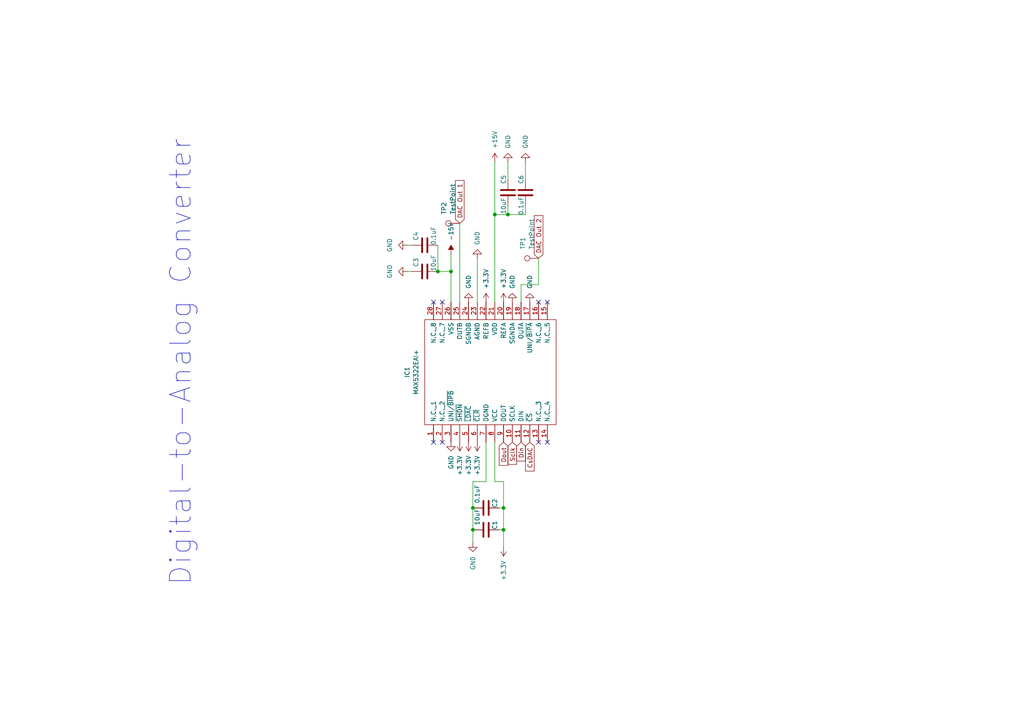
<source format=kicad_sch>
(kicad_sch (version 20230121) (generator eeschema)
  (paper "A4")
  (lib_symbols
    (symbol "+15V_1" (power) (pin_names (offset 0))
      (property "Value" "+15V_1" (at 0 3.556 0))
      (symbol "+15V_1_0_1"
        (polyline (pts (xy -0.762 1.27) (xy 0 2.54)))
        (polyline (pts (xy 0 0) (xy 0 2.54)))
        (polyline (pts (xy 0 2.54) (xy 0.762 1.27)))
      )
      (symbol "+15V_1_1_1"
        (pin power_in line (at 0 0 90) (length 0) hide (name "+15V") (number "1"))
      )
    )
    (symbol "-15V_1" (power) (pin_names (offset 0))
      (property "Value" "-15V_1" (at 0 3.81 0))
      (symbol "-15V_1_0_0"
        (pin power_in line (at 0 0 90) (length 0) hide (name "-15V") (number "1"))
      )
      (symbol "-15V_1_0_1"
        (polyline (pts (xy 0 0) (xy 0 1.27) (xy 0.762 1.27) (xy 0 2.54) (xy -0.762 1.27) (xy 0 1.27)) (fill (type outline)))
      )
    )
    (symbol "Connector:TestPoint" (pin_numbers hide) (pin_names (offset 0.762) hide)
      (property "Reference" "TP" (at 0 6.858 0))
      (property "Value" "TestPoint" (at 0 5.08 0))
      (symbol "TestPoint_0_1"
        (circle (center 0 3.302) (radius 0.762))
      )
      (symbol "TestPoint_1_1"
        (pin passive line (at 0 0 90) (length 2.54) (name "1") (number "1"))
      )
    )
    (symbol "Device:C" (pin_numbers hide) (pin_names (offset 0.254))
      (property "Reference" "C" (at 0.635 2.54 0))
      (property "Value" "C" (at 0.635 -2.54 0))
      (symbol "C_0_1"
        (polyline (pts (xy -2.032 -0.762) (xy 2.032 -0.762)) (stroke (width 0.508)))
        (polyline (pts (xy -2.032 0.762) (xy 2.032 0.762)) (stroke (width 0.508)))
      )
      (symbol "C_1_1"
        (pin passive line (at 0 3.81 270) (length 2.794) (name "~") (number "1"))
        (pin passive line (at 0 -3.81 90) (length 2.794) (name "~") (number "2"))
      )
    )
    (symbol "GND_1" (power) (pin_names (offset 0))
      (property "Value" "GND_1" (at 0 -3.81 0))
      (symbol "GND_1_0_1"
        (polyline (pts (xy 0 0) (xy 0 -1.27) (xy 1.27 -1.27) (xy 0 -2.54) (xy -1.27 -1.27) (xy 0 -1.27)))
      )
      (symbol "GND_1_1_1"
        (pin power_in line (at 0 0 270) (length 0) hide (name "GND") (number "1"))
      )
    )
    (symbol "MAX5322EAI+:MAX5322EAI+" (pin_names (offset 0.762))
      (property "Reference" "IC" (at 36.83 7.62 0))
      (property "Value" "MAX5322EAI+" (at 36.83 5.08 0))
      (symbol "MAX5322EAI+_0_0"
        (pin passive line (at 0 0 0) (length 5.08) (name "N.C._1") (number "1"))
        (pin passive line (at 0 -22.86 0) (length 5.08) (name "SCLK") (number "10"))
        (pin passive line (at 0 -25.4 0) (length 5.08) (name "DIN") (number "11"))
        (pin passive line (at 0 -27.94 0) (length 5.08) (name "~{CS}") (number "12"))
        (pin passive line (at 0 -30.48 0) (length 5.08) (name "N.C._3") (number "13"))
        (pin passive line (at 0 -33.02 0) (length 5.08) (name "N.C._4") (number "14"))
        (pin passive line (at 40.64 -33.02 180) (length 5.08) (name "N.C._5") (number "15"))
        (pin passive line (at 40.64 -30.48 180) (length 5.08) (name "N.C._6") (number "16"))
        (pin passive line (at 40.64 -27.94 180) (length 5.08) (name "UNI/~{BIPA}") (number "17"))
        (pin passive line (at 40.64 -25.4 180) (length 5.08) (name "OUTA") (number "18"))
        (pin passive line (at 40.64 -22.86 180) (length 5.08) (name "SGNDA") (number "19"))
        (pin passive line (at 0 -2.54 0) (length 5.08) (name "N.C._2") (number "2"))
        (pin passive line (at 40.64 -20.32 180) (length 5.08) (name "REFA") (number "20"))
        (pin passive line (at 40.64 -17.78 180) (length 5.08) (name "VDD") (number "21"))
        (pin passive line (at 40.64 -15.24 180) (length 5.08) (name "REFB") (number "22"))
        (pin passive line (at 40.64 -12.7 180) (length 5.08) (name "AGND") (number "23"))
        (pin passive line (at 40.64 -10.16 180) (length 5.08) (name "SGNDB") (number "24"))
        (pin passive line (at 40.64 -7.62 180) (length 5.08) (name "OUTB") (number "25"))
        (pin passive line (at 40.64 -5.08 180) (length 5.08) (name "VSS") (number "26"))
        (pin passive line (at 40.64 -2.54 180) (length 5.08) (name "N.C._7") (number "27"))
        (pin passive line (at 40.64 0 180) (length 5.08) (name "N.C._8") (number "28"))
        (pin passive line (at 0 -5.08 0) (length 5.08) (name "UNI/~{BIPB}") (number "3"))
        (pin passive line (at 0 -7.62 0) (length 5.08) (name "~{SHDN}") (number "4"))
        (pin passive line (at 0 -10.16 0) (length 5.08) (name "~{LDAC}") (number "5"))
        (pin passive line (at 0 -12.7 0) (length 5.08) (name "~{CLR}") (number "6"))
        (pin passive line (at 0 -15.24 0) (length 5.08) (name "DGND") (number "7"))
        (pin passive line (at 0 -17.78 0) (length 5.08) (name "VCC") (number "8"))
        (pin passive line (at 0 -20.32 0) (length 5.08) (name "DOUT") (number "9"))
      )
      (symbol "MAX5322EAI+_0_1"
        (polyline (pts (xy 5.08 2.54) (xy 35.56 2.54) (xy 35.56 -35.56) (xy 5.08 -35.56) (xy 5.08 2.54)) (stroke (width 0.1524)))
      )
    )
    (symbol "power:+3.3V" (power) (pin_names (offset 0))
      (property "Value" "+3.3V" (at 0 3.556 0))
      (symbol "+3.3V_0_1"
        (polyline (pts (xy -0.762 1.27) (xy 0 2.54)))
        (polyline (pts (xy 0 0) (xy 0 2.54)))
        (polyline (pts (xy 0 2.54) (xy 0.762 1.27)))
      )
      (symbol "+3.3V_1_1"
        (pin power_in line (at 0 0 90) (length 0) hide (name "+3.3V") (number "1"))
      )
    )
  )
  (junction (at 143.51 62.23))
  (junction (at 130.81 78.74))
  (junction (at 146.05 147.32))
  (junction (at 147.32 62.23))
  (junction (at 137.16 147.32))
  (junction (at 127 78.74))
  (junction (at 146.05 153.67))
  (junction (at 137.16 153.67))
  (no_connect (at 128.27 87.63))
  (no_connect (at 156.21 87.63))
  (no_connect (at 128.27 128.27))
  (no_connect (at 158.75 87.63))
  (no_connect (at 156.21 128.27))
  (no_connect (at 125.73 128.27))
  (no_connect (at 125.73 87.63))
  (no_connect (at 158.75 128.27))
  (wire (pts (xy 140.97 128.27) (xy 140.97 139.7)))
  (wire (pts (xy 138.43 87.63) (xy 138.43 74.93)))
  (wire (pts (xy 152.4 52.07) (xy 152.4 46.99)))
  (wire (pts (xy 137.16 147.32) (xy 137.16 153.67)))
  (wire (pts (xy 156.21 82.55) (xy 151.13 82.55)))
  (wire (pts (xy 140.97 139.7) (xy 137.16 139.7)))
  (wire (pts (xy 147.32 52.07) (xy 147.32 46.99)))
  (wire (pts (xy 118.11 78.74) (xy 119.38 78.74)))
  (wire (pts (xy 127 78.74) (xy 130.81 78.74)))
  (wire (pts (xy 146.05 147.32) (xy 146.05 139.7)))
  (wire (pts (xy 143.51 46.99) (xy 143.51 62.23)))
  (wire (pts (xy 143.51 62.23) (xy 143.51 87.63)))
  (wire (pts (xy 147.32 59.69) (xy 147.32 62.23)))
  (wire (pts (xy 144.78 153.67) (xy 146.05 153.67)))
  (wire (pts (xy 151.13 82.55) (xy 151.13 87.63)))
  (wire (pts (xy 146.05 153.67) (xy 146.05 147.32)))
  (wire (pts (xy 127 71.12) (xy 127 78.74)))
  (wire (pts (xy 130.81 78.74) (xy 130.81 73.66)))
  (wire (pts (xy 144.78 147.32) (xy 146.05 147.32)))
  (wire (pts (xy 146.05 158.75) (xy 146.05 153.67)))
  (wire (pts (xy 118.11 71.12) (xy 119.38 71.12)))
  (wire (pts (xy 137.16 139.7) (xy 137.16 147.32)))
  (wire (pts (xy 143.51 139.7) (xy 146.05 139.7)))
  (wire (pts (xy 156.21 82.55) (xy 156.21 74.93)))
  (wire (pts (xy 133.35 64.77) (xy 133.35 87.63)))
  (wire (pts (xy 137.16 153.67) (xy 137.16 157.48)))
  (wire (pts (xy 152.4 62.23) (xy 147.32 62.23)))
  (wire (pts (xy 147.32 62.23) (xy 143.51 62.23)))
  (wire (pts (xy 152.4 59.69) (xy 152.4 62.23)))
  (wire (pts (xy 130.81 87.63) (xy 130.81 78.74)))
  (wire (pts (xy 143.51 128.27) (xy 143.51 139.7)))
  (text "Digital-to-Analog Converter\n" (at 55.88 170.18 90) (effects (font (size 6 6)) (justify left bottom)))
  (global_label "DAC Out 2" (shape input) (at 156.21 74.93 90) (property "Intersheetrefs" "${INTERSHEET_REFS}" (effects hide)))
  (global_label "CsDAC" (shape input) (at 153.67 128.27 270) (property "Intersheetrefs" "${INTERSHEET_REFS}" (effects hide)))
  (global_label "Sclk" (shape input) (at 148.59 128.27 270) (property "Intersheetrefs" "${INTERSHEET_REFS}" (effects hide)))
  (global_label "DAC Out 1" (shape input) (at 133.35 64.77 90) (property "Intersheetrefs" "${INTERSHEET_REFS}" (effects hide)))
  (global_label "Dout" (shape input) (at 146.05 128.27 270) (property "Intersheetrefs" "${INTERSHEET_REFS}" (effects hide)))
  (global_label "Din" (shape input) (at 151.13 128.27 270) (property "Intersheetrefs" "${INTERSHEET_REFS}" (effects hide)))
  (symbol (lib_name "+15V_1") (lib_id "power:+15V") (at 143.51 46.99 0) (unit 1)
    (property "Reference" "#PWR027" (effects hide))
    (property "Value" "+15V" (at 143.51 43.18 90) (effects (justify left)))
    (instances (project "channels" (path "" (reference "#PWR027") (unit 1))) (project "electrostimulator" (path "" (reference "#PWR039") (unit 1))) (project "channels1" (path "" (reference "#PWR032") (unit 1))))
  )
  (symbol (lib_name "GND_1") (lib_id "power:GND") (at 118.11 71.12 270) (unit 1)
    (property "Reference" "#PWR026" (effects hide))
    (property "Value" "GND" (at 113.03 71.12 0))
    (instances (project "channels" (path "" (reference "#PWR026") (unit 1))) (project "electrostimulator" (path "" (reference "#PWR038") (unit 1))) (project "channels1" (path "" (reference "#PWR031") (unit 1))))
  )
  (symbol (lib_name "GND_1") (lib_id "power:GND") (at 153.67 87.63 180) (unit 1)
    (property "Reference" "#PWR022" (effects hide))
    (property "Value" "GND" (at 153.67 83.82 90) (effects (justify right)))
    (instances (project "channels" (path "" (reference "#PWR022") (unit 1))) (project "electrostimulator" (path "" (reference "#PWR034") (unit 1))) (project "channels1" (path "" (reference "#PWR027") (unit 1))))
  )
  (symbol (lib_name "GND_1") (lib_id "power:GND") (at 130.81 128.27 0) (unit 1)
    (property "Reference" "#PWR014" (effects hide))
    (property "Value" "GND" (at 130.81 132.08 90) (effects (justify right)))
    (instances (project "channels" (path "" (reference "#PWR014") (unit 1))) (project "electrostimulator" (path "" (reference "#PWR026") (unit 1))) (project "channels1" (path "" (reference "#PWR019") (unit 1))))
  )
  (symbol (lib_name "GND_1") (lib_id "power:GND") (at 138.43 74.93 180) (unit 1)
    (property "Reference" "#PWR024" (effects hide))
    (property "Value" "GND" (at 138.43 71.12 90) (effects (justify right)))
    (instances (project "channels" (path "" (reference "#PWR024") (unit 1))) (project "electrostimulator" (path "" (reference "#PWR036") (unit 1))) (project "channels1" (path "" (reference "#PWR029") (unit 1))))
  )
  (symbol (lib_id "Device:C") (at 140.97 147.32 90) (unit 1)
    (property "Reference" "C2" (at 143.51 147.32 0) (effects (justify left)))
    (property "Value" "0.1uF" (at 138.43 146.05 0) (effects (justify left)))
    (property "Footprint" "Capacitor_SMD:C_0805_2012Metric_Pad1.18x1.45mm_HandSolder" (effects hide))
    (instances (project "channels" (path "" (reference "C2") (unit 1))) (project "electrostimulator" (path "" (reference "C12") (unit 1))) (project "channels1" (path "" (reference "C2") (unit 1))))
  )
  (symbol (lib_id "Connector:TestPoint") (at 133.35 64.77 90) (unit 1)
    (property "Reference" "TP2" (at 128.778 62.23 0) (effects (justify left)))
    (property "Value" "TestPoint" (at 131.318 62.23 0) (effects (justify left)))
    (property "Footprint" "TestPoint:TestPoint_Pad_1.0x1.0mm" (effects hide))
    (instances (project "channels" (path "" (reference "TP2") (unit 1))) (project "electrostimulator" (path "" (reference "TP5") (unit 1))) (project "channels1" (path "" (reference "TP2") (unit 1))))
  )
  (symbol (lib_id "Connector:TestPoint") (at 156.21 74.93 90) (unit 1)
    (property "Reference" "TP1" (at 151.638 72.39 0) (effects (justify left)))
    (property "Value" "TestPoint" (at 154.178 72.39 0) (effects (justify left)))
    (property "Footprint" "TestPoint:TestPoint_Pad_1.0x1.0mm" (effects hide))
    (instances (project "channels" (path "" (reference "TP1") (unit 1))) (project "electrostimulator" (path "" (reference "TP6") (unit 1))) (project "channels1" (path "" (reference "TP1") (unit 1))))
  )
  (symbol (lib_name "GND_1") (lib_id "power:GND") (at 135.89 87.63 180) (unit 1)
    (property "Reference" "#PWR018" (effects hide))
    (property "Value" "GND" (at 135.89 83.82 90) (effects (justify right)))
    (instances (project "channels" (path "" (reference "#PWR018") (unit 1))) (project "electrostimulator" (path "" (reference "#PWR030") (unit 1))) (project "channels1" (path "" (reference "#PWR023") (unit 1))))
  )
  (symbol (lib_name "-15V_1") (lib_id "power:-15V") (at 130.81 73.66 0) (unit 1)
    (property "Reference" "#PWR025" (effects hide))
    (property "Value" "-15V" (at 130.81 69.85 90) (effects (justify left)))
    (instances (project "channels" (path "" (reference "#PWR025") (unit 1))) (project "electrostimulator" (path "" (reference "#PWR037") (unit 1))) (project "channels1" (path "" (reference "#PWR030") (unit 1))))
  )
  (symbol (lib_id "Device:C") (at 123.19 78.74 90) (unit 1)
    (property "Reference" "C3" (at 120.65 77.47 0) (effects (justify left)))
    (property "Value" "10uF" (at 125.73 78.74 0) (effects (justify left)))
    (property "Footprint" "Capacitor_SMD:C_0805_2012Metric_Pad1.18x1.45mm_HandSolder" (effects hide))
    (instances (project "channels" (path "" (reference "C3") (unit 1))) (project "electrostimulator" (path "" (reference "C13") (unit 1))) (project "channels1" (path "" (reference "C3") (unit 1))))
  )
  (symbol (lib_id "Device:C") (at 152.4 55.88 180) (unit 1)
    (property "Reference" "C6" (at 151.13 52.07 90))
    (property "Value" "0.1uF" (at 151.13 59.69 90))
    (property "Footprint" "Capacitor_SMD:C_0805_2012Metric_Pad1.18x1.45mm_HandSolder" (effects hide))
    (instances (project "channels" (path "" (reference "C6") (unit 1))) (project "electrostimulator" (path "" (reference "C16") (unit 1))) (project "channels1" (path "" (reference "C6") (unit 1))))
  )
  (symbol (lib_name "GND_1") (lib_id "power:GND") (at 147.32 46.99 180) (unit 1)
    (property "Reference" "#PWR028" (effects hide))
    (property "Value" "GND" (at 147.32 43.18 90) (effects (justify right)))
    (instances (project "channels" (path "" (reference "#PWR028") (unit 1))) (project "electrostimulator" (path "" (reference "#PWR040") (unit 1))) (project "channels1" (path "" (reference "#PWR033") (unit 1))))
  )
  (symbol (lib_id "Device:C") (at 147.32 55.88 180) (unit 1)
    (property "Reference" "C5" (at 146.05 52.07 90))
    (property "Value" "10uF" (at 146.05 59.69 90))
    (property "Footprint" "Capacitor_SMD:C_0805_2012Metric_Pad1.18x1.45mm_HandSolder" (effects hide))
    (instances (project "channels" (path "" (reference "C5") (unit 1))) (project "electrostimulator" (path "" (reference "C15") (unit 1))) (project "channels1" (path "" (reference "C5") (unit 1))))
  )
  (symbol (lib_name "GND_1") (lib_id "power:GND") (at 118.11 78.74 270) (unit 1)
    (property "Reference" "#PWR023" (effects hide))
    (property "Value" "GND" (at 113.03 78.74 0))
    (instances (project "channels" (path "" (reference "#PWR023") (unit 1))) (project "electrostimulator" (path "" (reference "#PWR035") (unit 1))) (project "channels1" (path "" (reference "#PWR028") (unit 1))))
  )
  (symbol (lib_id "MAX5322EAI+:MAX5322EAI+") (at 125.73 128.27 90) (unit 1)
    (property "Reference" "IC1" (at 118.11 107.95 0))
    (property "Value" "MAX5322EAI+" (at 120.65 107.95 0))
    (property "Footprint" "MAX5322:SOP65P778X199-28N" (effects hide))
    (property "Datasheet" "https://componentsearchengine.com/Datasheets/2/MAX5322EAI+.pdf" (effects hide))
    (property "Description" "Maxim MAX5322EAI+, 2-channel 12 bit Serial DAC, 28-Pin SSOP" (effects hide))
    (property "Height" "1.99" (effects hide))
    (property "Mouser Part Number" "700-MAX5322EAI" (effects hide))
    (property "Mouser Price/Stock" "https://www.mouser.co.uk/ProductDetail/Maxim-Integrated/MAX5322EAI%2b?qs=9Cj2FLRihcOa380hSatPGA%3D%3D" (effects hide))
    (property "Manufacturer_Name" "Maxim Integrated" (effects hide))
    (property "Manufacturer_Part_Number" "MAX5322EAI+" (effects hide))
  )
  (symbol (lib_name "GND_1") (lib_id "power:GND") (at 137.16 157.48 0) (unit 1)
    (property "Reference" "#PWR013" (effects hide))
    (property "Value" "GND" (at 137.16 161.29 90) (effects (justify right)))
    (instances (project "channels" (path "" (reference "#PWR013") (unit 1))) (project "electrostimulator" (path "" (reference "#PWR025") (unit 1))) (project "channels1" (path "" (reference "#PWR018") (unit 1))))
  )
  (symbol (lib_id "power:+3.3V") (at 135.89 128.27 180) (unit 1)
    (property "Reference" "#PWR016" (effects hide))
    (property "Value" "+3.3V" (at 135.89 132.08 90) (effects (justify left)))
    (instances (project "channels" (path "" (reference "#PWR016") (unit 1))) (project "electrostimulator" (path "" (reference "#PWR028") (unit 1))) (project "channels1" (path "" (reference "#PWR021") (unit 1))))
  )
  (symbol (lib_name "GND_1") (lib_id "power:GND") (at 148.59 87.63 180) (unit 1)
    (property "Reference" "#PWR021" (effects hide))
    (property "Value" "GND" (at 148.59 83.82 90) (effects (justify right)))
    (instances (project "channels" (path "" (reference "#PWR021") (unit 1))) (project "electrostimulator" (path "" (reference "#PWR033") (unit 1))) (project "channels1" (path "" (reference "#PWR026") (unit 1))))
  )
  (symbol (lib_id "power:+3.3V") (at 146.05 87.63 0) (unit 1)
    (property "Reference" "#PWR020" (effects hide))
    (property "Value" "+3.3V" (at 146.05 83.82 90) (effects (justify left)))
    (instances (project "channels" (path "" (reference "#PWR020") (unit 1))) (project "electrostimulator" (path "" (reference "#PWR032") (unit 1))) (project "channels1" (path "" (reference "#PWR025") (unit 1))))
  )
  (symbol (lib_id "power:+3.3V") (at 140.97 87.63 0) (unit 1)
    (property "Reference" "#PWR019" (effects hide))
    (property "Value" "+3.3V" (at 140.97 83.82 90) (effects (justify left)))
    (instances (project "channels" (path "" (reference "#PWR019") (unit 1))) (project "electrostimulator" (path "" (reference "#PWR031") (unit 1))) (project "channels1" (path "" (reference "#PWR024") (unit 1))))
  )
  (symbol (lib_id "Device:C") (at 123.19 71.12 90) (unit 1)
    (property "Reference" "C4" (at 120.65 69.85 0) (effects (justify left)))
    (property "Value" "0.1uF" (at 125.73 71.12 0) (effects (justify left)))
    (property "Footprint" "Capacitor_SMD:C_0805_2012Metric_Pad1.18x1.45mm_HandSolder" (effects hide))
    (instances (project "channels" (path "" (reference "C4") (unit 1))) (project "electrostimulator" (path "" (reference "C14") (unit 1))) (project "channels1" (path "" (reference "C4") (unit 1))))
  )
  (symbol (lib_id "power:+3.3V") (at 138.43 128.27 180) (unit 1)
    (property "Reference" "#PWR017" (effects hide))
    (property "Value" "+3.3V" (at 138.43 132.08 90) (effects (justify left)))
    (instances (project "channels" (path "" (reference "#PWR017") (unit 1))) (project "electrostimulator" (path "" (reference "#PWR029") (unit 1))) (project "channels1" (path "" (reference "#PWR022") (unit 1))))
  )
  (symbol (lib_id "power:+3.3V") (at 133.35 128.27 180) (unit 1)
    (property "Reference" "#PWR015" (effects hide))
    (property "Value" "+3.3V" (at 133.35 132.08 90) (effects (justify left)))
    (instances (project "channels" (path "" (reference "#PWR015") (unit 1))) (project "electrostimulator" (path "" (reference "#PWR027") (unit 1))) (project "channels1" (path "" (reference "#PWR020") (unit 1))))
  )
  (symbol (lib_id "Device:C") (at 140.97 153.67 90) (unit 1)
    (property "Reference" "C1" (at 143.51 153.67 0) (effects (justify left)))
    (property "Value" "10uF" (at 138.43 152.4 0) (effects (justify left)))
    (property "Footprint" "Capacitor_SMD:C_0805_2012Metric_Pad1.18x1.45mm_HandSolder" (effects hide))
    (instances (project "channels" (path "" (reference "C1") (unit 1))) (project "electrostimulator" (path "" (reference "C11") (unit 1))) (project "channels1" (path "" (reference "C1") (unit 1))))
  )
  (symbol (lib_name "GND_1") (lib_id "power:GND") (at 152.4 46.99 180) (unit 1)
    (property "Reference" "#PWR029" (effects hide))
    (property "Value" "GND" (at 152.4 43.18 90) (effects (justify right)))
    (instances (project "channels" (path "" (reference "#PWR029") (unit 1))) (project "electrostimulator" (path "" (reference "#PWR041") (unit 1))) (project "channels1" (path "" (reference "#PWR034") (unit 1))))
  )
  (symbol (lib_id "power:+3.3V") (at 146.05 158.75 180) (unit 1)
    (property "Reference" "#PWR012" (effects hide))
    (property "Value" "+3.3V" (at 146.05 162.56 90) (effects (justify left)))
    (instances (project "channels" (path "" (reference "#PWR012") (unit 1))) (project "electrostimulator" (path "" (reference "#PWR024") (unit 1))) (project "channels1" (path "" (reference "#PWR017") (unit 1))))
  )
)
</source>
